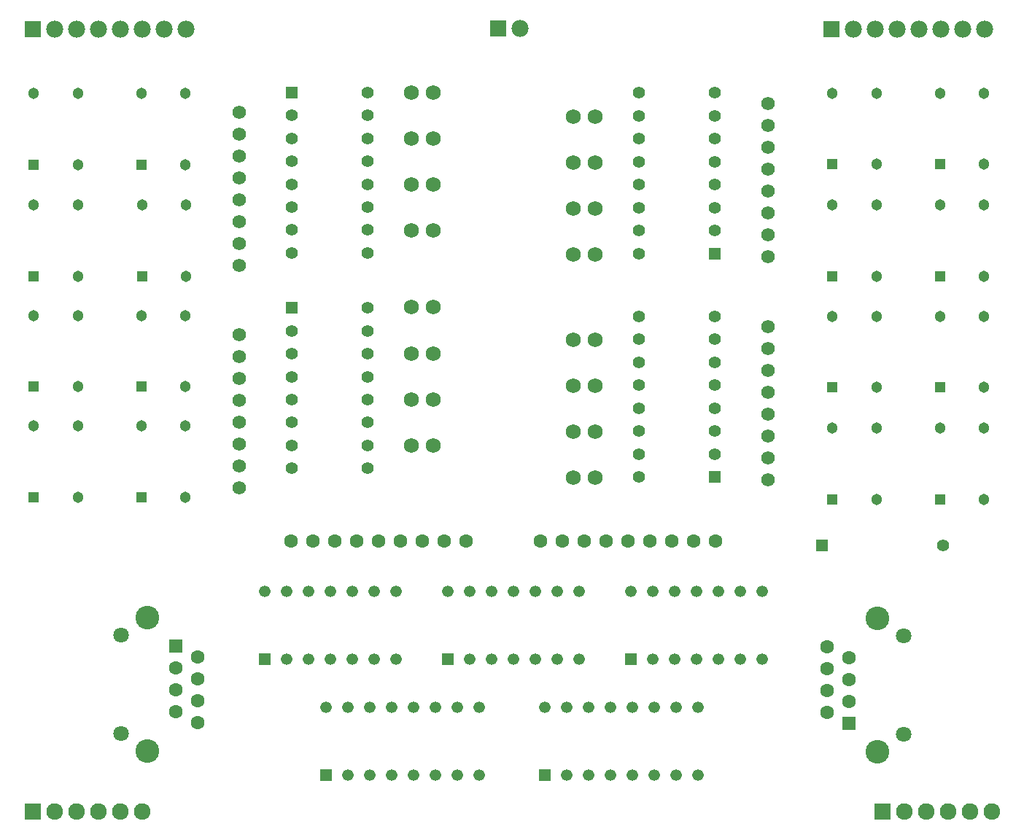
<source format=gts>
G04*
G04 #@! TF.GenerationSoftware,Altium Limited,Altium Designer,23.7.1 (13)*
G04*
G04 Layer_Color=8388736*
%FSLAX44Y44*%
%MOMM*%
G71*
G04*
G04 #@! TF.SameCoordinates,93FF3AC7-ECDF-4BF0-B63B-3C63AFF3D3F3*
G04*
G04*
G04 #@! TF.FilePolarity,Negative*
G04*
G01*
G75*
%ADD13C,1.5682*%
%ADD14R,1.6032X1.6032*%
%ADD15C,1.6032*%
%ADD16C,2.7532*%
%ADD17C,1.8032*%
%ADD18R,1.4032X1.4032*%
%ADD19C,1.4032*%
%ADD20R,1.9282X1.9282*%
%ADD21C,1.9282*%
%ADD22R,1.3332X1.3332*%
%ADD23C,1.3332*%
%ADD24C,1.7272*%
%ADD25R,1.3032X1.3032*%
%ADD26C,1.3032*%
%ADD27C,1.9812*%
%ADD28R,1.9812X1.9812*%
%ADD29C,1.6002*%
D13*
X544196Y851455D02*
D03*
Y826055D02*
D03*
Y800655D02*
D03*
Y775255D02*
D03*
Y749855D02*
D03*
Y724455D02*
D03*
Y699055D02*
D03*
Y673655D02*
D03*
X1158240Y1120140D02*
D03*
Y1094740D02*
D03*
Y1069340D02*
D03*
Y1043940D02*
D03*
Y1018540D02*
D03*
Y993140D02*
D03*
Y967740D02*
D03*
Y942340D02*
D03*
Y861060D02*
D03*
Y835660D02*
D03*
Y810260D02*
D03*
Y784860D02*
D03*
Y759460D02*
D03*
Y734060D02*
D03*
Y708660D02*
D03*
Y683260D02*
D03*
X544301Y931465D02*
D03*
Y956865D02*
D03*
Y982265D02*
D03*
Y1007665D02*
D03*
Y1033065D02*
D03*
Y1058465D02*
D03*
Y1083865D02*
D03*
Y1109265D02*
D03*
D14*
X1251723Y399812D02*
D03*
X470559Y489758D02*
D03*
D15*
X1226323Y412512D02*
D03*
X1251723Y425212D02*
D03*
X1226323Y437912D02*
D03*
X1251723Y450612D02*
D03*
X1226323Y463312D02*
D03*
X1251723Y476012D02*
D03*
X1226323Y488712D02*
D03*
X495959Y477058D02*
D03*
X470559Y464358D02*
D03*
X495959Y451658D02*
D03*
X470559Y438958D02*
D03*
X495959Y426258D02*
D03*
X470559Y413558D02*
D03*
X495959Y400858D02*
D03*
D16*
X1284722Y366762D02*
D03*
Y521762D02*
D03*
X437559Y522808D02*
D03*
Y367808D02*
D03*
D17*
X1315223Y387112D02*
D03*
Y501412D02*
D03*
X407059Y502458D02*
D03*
Y388158D02*
D03*
D18*
X1220330Y607060D02*
D03*
X605519Y882694D02*
D03*
X1096302Y945668D02*
D03*
X1096059Y686280D02*
D03*
X605519Y1132866D02*
D03*
D19*
X1361330Y607060D02*
D03*
X605519Y856034D02*
D03*
Y829394D02*
D03*
Y802735D02*
D03*
Y776095D02*
D03*
Y749435D02*
D03*
Y722795D02*
D03*
Y696134D02*
D03*
X693520D02*
D03*
Y722795D02*
D03*
Y749435D02*
D03*
Y776095D02*
D03*
Y802735D02*
D03*
Y829394D02*
D03*
Y856034D02*
D03*
Y882694D02*
D03*
X1096302Y972328D02*
D03*
Y998968D02*
D03*
Y1025628D02*
D03*
Y1052268D02*
D03*
Y1078928D02*
D03*
Y1105568D02*
D03*
Y1132228D02*
D03*
X1008302D02*
D03*
Y1105568D02*
D03*
Y1078928D02*
D03*
Y1052268D02*
D03*
Y1025628D02*
D03*
Y998968D02*
D03*
Y972328D02*
D03*
Y945668D02*
D03*
X1096059Y712940D02*
D03*
Y739580D02*
D03*
Y766240D02*
D03*
Y792880D02*
D03*
Y819540D02*
D03*
Y846180D02*
D03*
Y872840D02*
D03*
X1008058D02*
D03*
Y846180D02*
D03*
Y819540D02*
D03*
Y792880D02*
D03*
Y766240D02*
D03*
Y739580D02*
D03*
Y712940D02*
D03*
Y686280D02*
D03*
X605519Y1106206D02*
D03*
Y1079566D02*
D03*
Y1052906D02*
D03*
Y1026266D02*
D03*
Y999606D02*
D03*
Y972966D02*
D03*
Y946306D02*
D03*
X693520D02*
D03*
Y972966D02*
D03*
Y999606D02*
D03*
Y1026266D02*
D03*
Y1052906D02*
D03*
Y1079566D02*
D03*
Y1106206D02*
D03*
Y1132866D02*
D03*
D20*
X304509Y297571D02*
D03*
X1290773Y297809D02*
D03*
D21*
X329909Y297571D02*
D03*
X355309D02*
D03*
X380709D02*
D03*
X406109D02*
D03*
X431509D02*
D03*
X1316173Y297809D02*
D03*
X1341573D02*
D03*
X1366973D02*
D03*
X1392373D02*
D03*
X1417773D02*
D03*
D22*
X898941Y339700D02*
D03*
X645160D02*
D03*
X998596Y474438D02*
D03*
X786158D02*
D03*
X573876D02*
D03*
D23*
X924341Y339700D02*
D03*
X949741D02*
D03*
X975141D02*
D03*
X1000540D02*
D03*
X1025940D02*
D03*
X1051340D02*
D03*
X1076740D02*
D03*
Y419100D02*
D03*
X1051340D02*
D03*
X1025940D02*
D03*
X1000540D02*
D03*
X975141D02*
D03*
X949741D02*
D03*
X924341D02*
D03*
X898941D02*
D03*
X670560Y339700D02*
D03*
X695960D02*
D03*
X721360D02*
D03*
X746760D02*
D03*
X772160D02*
D03*
X797560D02*
D03*
X822960D02*
D03*
Y419100D02*
D03*
X797560D02*
D03*
X772160D02*
D03*
X746760D02*
D03*
X721360D02*
D03*
X695960D02*
D03*
X670560D02*
D03*
X645160D02*
D03*
X998596Y553838D02*
D03*
X1023996D02*
D03*
X1049396D02*
D03*
X1074796D02*
D03*
X1100196D02*
D03*
X1125596D02*
D03*
X1150996D02*
D03*
Y474438D02*
D03*
X1125596D02*
D03*
X1100196D02*
D03*
X1074796D02*
D03*
X1049396D02*
D03*
X1023996D02*
D03*
X786158Y553838D02*
D03*
X811558D02*
D03*
X836958D02*
D03*
X862358D02*
D03*
X887758D02*
D03*
X913158D02*
D03*
X938558D02*
D03*
Y474438D02*
D03*
X913158D02*
D03*
X887758D02*
D03*
X862358D02*
D03*
X836958D02*
D03*
X811558D02*
D03*
X573876Y553838D02*
D03*
X599276D02*
D03*
X624676D02*
D03*
X650076D02*
D03*
X675476D02*
D03*
X700876D02*
D03*
X726276D02*
D03*
Y474438D02*
D03*
X700876D02*
D03*
X675476D02*
D03*
X650076D02*
D03*
X624676D02*
D03*
X599276D02*
D03*
D24*
X957580Y685800D02*
D03*
X932180D02*
D03*
X957580Y739140D02*
D03*
X932180D02*
D03*
X957580Y792480D02*
D03*
X932180D02*
D03*
X957580Y845820D02*
D03*
X932180D02*
D03*
X957580Y1104900D02*
D03*
X932180D02*
D03*
X957580Y1051560D02*
D03*
X932180D02*
D03*
X957580Y998220D02*
D03*
X932180D02*
D03*
X957580Y944880D02*
D03*
X932180D02*
D03*
X744220Y883364D02*
D03*
X769620D02*
D03*
X744220Y829222D02*
D03*
X769620D02*
D03*
X744220Y776181D02*
D03*
X769620D02*
D03*
X744220Y722980D02*
D03*
X769620D02*
D03*
X744220Y972820D02*
D03*
X769620D02*
D03*
X744220Y1079500D02*
D03*
X769620D02*
D03*
X744220Y1026160D02*
D03*
X769620D02*
D03*
X744220Y1132840D02*
D03*
X769620D02*
D03*
D25*
X1357770Y660475D02*
D03*
X1232830D02*
D03*
Y790437D02*
D03*
X1357770Y790438D02*
D03*
Y919503D02*
D03*
Y1049311D02*
D03*
X1232830Y919503D02*
D03*
Y1049311D02*
D03*
X430670Y662785D02*
D03*
Y791055D02*
D03*
Y1048865D02*
D03*
X431572Y919325D02*
D03*
X305730Y662785D02*
D03*
Y791055D02*
D03*
Y919325D02*
D03*
Y1048865D02*
D03*
D26*
X1408770Y660475D02*
D03*
Y742975D02*
D03*
X1357770D02*
D03*
X1283830Y660475D02*
D03*
Y742975D02*
D03*
X1232830D02*
D03*
X1283830Y790437D02*
D03*
Y872937D02*
D03*
X1232830D02*
D03*
X1408770Y790438D02*
D03*
Y872937D02*
D03*
X1357770D02*
D03*
X1408770Y919503D02*
D03*
Y1002003D02*
D03*
X1357770D02*
D03*
X1408770Y1049311D02*
D03*
Y1131811D02*
D03*
X1357770D02*
D03*
X1283830Y919503D02*
D03*
Y1002003D02*
D03*
X1232830D02*
D03*
X1283830Y1049311D02*
D03*
Y1131811D02*
D03*
X1232830D02*
D03*
X481670Y662785D02*
D03*
Y745285D02*
D03*
X430670D02*
D03*
X481670Y791055D02*
D03*
Y873555D02*
D03*
X430670D02*
D03*
X481670Y1048865D02*
D03*
Y1131365D02*
D03*
X430670D02*
D03*
X482572Y919325D02*
D03*
Y1001825D02*
D03*
X431572D02*
D03*
X356730Y662785D02*
D03*
Y745285D02*
D03*
X305730D02*
D03*
X356730Y791055D02*
D03*
Y873555D02*
D03*
X305730D02*
D03*
X356730Y919325D02*
D03*
Y1001825D02*
D03*
X305730D02*
D03*
X356730Y1048865D02*
D03*
Y1131365D02*
D03*
X305730D02*
D03*
D27*
X869900Y1206915D02*
D03*
X1257300Y1206500D02*
D03*
X1282700D02*
D03*
X1308100D02*
D03*
X1333500D02*
D03*
X1358900D02*
D03*
X1384300D02*
D03*
X1409700D02*
D03*
X330200D02*
D03*
X355600D02*
D03*
X381000D02*
D03*
X406400D02*
D03*
X431800D02*
D03*
X457200D02*
D03*
X482600D02*
D03*
D28*
X844500Y1206915D02*
D03*
X1231900Y1206500D02*
D03*
X304800D02*
D03*
D29*
X1097280Y612140D02*
D03*
X1071880D02*
D03*
X1046480D02*
D03*
X1021080D02*
D03*
X995680D02*
D03*
X970280D02*
D03*
X944880D02*
D03*
X919480D02*
D03*
X894080D02*
D03*
X604520D02*
D03*
X629920D02*
D03*
X655320D02*
D03*
X680720D02*
D03*
X706120D02*
D03*
X731520D02*
D03*
X756920D02*
D03*
X782320D02*
D03*
X807720D02*
D03*
M02*

</source>
